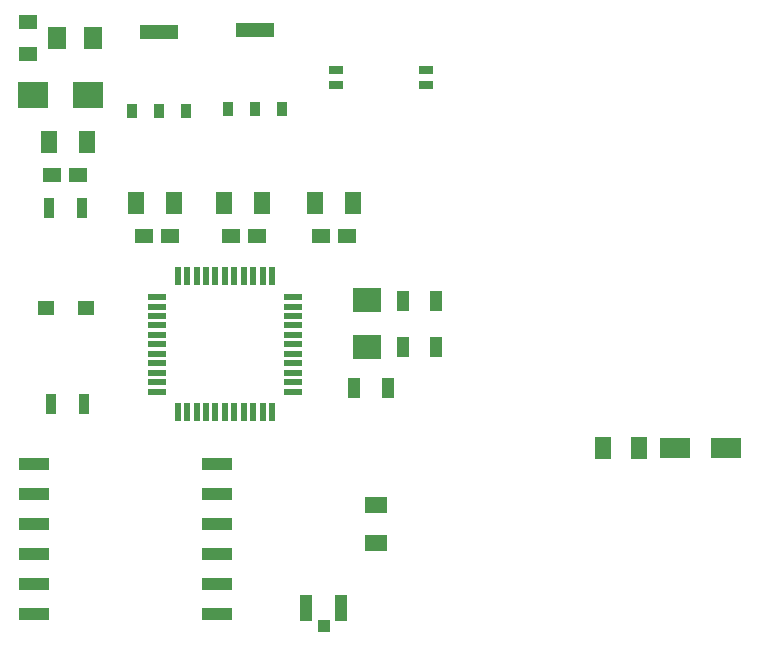
<source format=gtp>
G04*
G04 #@! TF.GenerationSoftware,Altium Limited,Altium Designer,20.0.13 (296)*
G04*
G04 Layer_Color=8421504*
%FSLAX44Y44*%
%MOMM*%
G71*
G01*
G75*
%ADD20R,1.0000X1.0500*%
%ADD21R,1.0500X2.2000*%
%ADD22R,1.2700X0.7600*%
%ADD23R,2.5000X2.2000*%
%ADD24R,0.9500X1.3000*%
%ADD25R,3.2500X1.3000*%
%ADD26R,1.3500X1.9000*%
%ADD27R,1.5500X1.2000*%
%ADD28R,1.5000X1.9000*%
%ADD29R,1.5000X1.2000*%
%ADD30R,2.6500X1.7500*%
%ADD31R,2.5000X1.0000*%
%ADD32R,1.3500X1.8500*%
%ADD33R,1.5000X0.6000*%
%ADD34R,0.6000X1.5000*%
%ADD35R,1.9000X1.3500*%
%ADD36R,2.4000X2.0000*%
%ADD37R,1.0500X1.7500*%
%ADD38R,1.0200X1.7800*%
%ADD39R,1.3500X1.2000*%
%ADD40R,0.9500X1.7000*%
D20*
X4618650Y481888D02*
D03*
D21*
X4633400Y497138D02*
D03*
X4603900D02*
D03*
D22*
X4705009Y953058D02*
D03*
Y940358D02*
D03*
X4628810D02*
D03*
Y953058D02*
D03*
D23*
X4419270Y931468D02*
D03*
X4372270D02*
D03*
D24*
X4456049Y918288D02*
D03*
X4478950D02*
D03*
X4501850D02*
D03*
X4537330Y919558D02*
D03*
X4560229D02*
D03*
X4583130D02*
D03*
D25*
X4478950Y985288D02*
D03*
X4560229Y986558D02*
D03*
D26*
X4459900Y840028D02*
D03*
X4491900D02*
D03*
X4385990Y892098D02*
D03*
X4417990D02*
D03*
X4566070Y840028D02*
D03*
X4534070D02*
D03*
X4643030D02*
D03*
X4611030D02*
D03*
D27*
X4488250Y812088D02*
D03*
X4466250D02*
D03*
X4562339D02*
D03*
X4540340D02*
D03*
X4388370Y864158D02*
D03*
X4410370D02*
D03*
X4638540Y812088D02*
D03*
X4616540D02*
D03*
D28*
X4392830Y979728D02*
D03*
X4422830D02*
D03*
D29*
X4368459Y966228D02*
D03*
Y993228D02*
D03*
D30*
X4916010Y633018D02*
D03*
X4959010D02*
D03*
D31*
X4528540Y492048D02*
D03*
Y517448D02*
D03*
Y542848D02*
D03*
Y568248D02*
D03*
Y593648D02*
D03*
Y619048D02*
D03*
X4373540D02*
D03*
Y593648D02*
D03*
Y568248D02*
D03*
Y542848D02*
D03*
Y517448D02*
D03*
Y492048D02*
D03*
D32*
X4854860Y633018D02*
D03*
X4885359D02*
D03*
D33*
X4592330Y680648D02*
D03*
Y688648D02*
D03*
Y696648D02*
D03*
Y704648D02*
D03*
Y712648D02*
D03*
Y720648D02*
D03*
Y728648D02*
D03*
Y736648D02*
D03*
Y744648D02*
D03*
Y752648D02*
D03*
Y760648D02*
D03*
X4477330D02*
D03*
Y752648D02*
D03*
Y744648D02*
D03*
Y736648D02*
D03*
Y728648D02*
D03*
Y720648D02*
D03*
Y712648D02*
D03*
Y704648D02*
D03*
Y696648D02*
D03*
Y688648D02*
D03*
Y680648D02*
D03*
D34*
X4574830Y778148D02*
D03*
X4566830D02*
D03*
X4558830D02*
D03*
X4550829D02*
D03*
X4542830D02*
D03*
X4534830D02*
D03*
X4526830D02*
D03*
X4518830D02*
D03*
X4510829D02*
D03*
X4502830D02*
D03*
X4494830D02*
D03*
Y663148D02*
D03*
X4502830D02*
D03*
X4510829D02*
D03*
X4518830D02*
D03*
X4526830D02*
D03*
X4534830D02*
D03*
X4542830D02*
D03*
X4550829D02*
D03*
X4558830D02*
D03*
X4566830D02*
D03*
X4574830D02*
D03*
D35*
X4663100Y552758D02*
D03*
Y584758D02*
D03*
D36*
X4655480Y758428D02*
D03*
Y718428D02*
D03*
D37*
X4673050Y683818D02*
D03*
X4644050D02*
D03*
D38*
X4685959Y757478D02*
D03*
X4713560D02*
D03*
X4685959Y718108D02*
D03*
X4713560D02*
D03*
D39*
X4383459Y751128D02*
D03*
X4416960D02*
D03*
D40*
X4387509Y669848D02*
D03*
X4415510D02*
D03*
X4386240Y836218D02*
D03*
X4414240D02*
D03*
M02*

</source>
